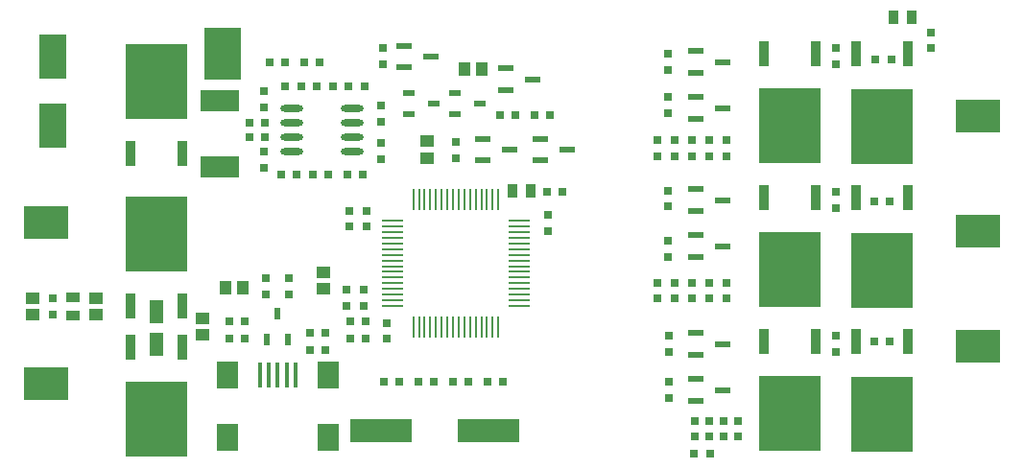
<source format=gtp>
%FSLAX24Y24*%
%MOIN*%
G70*
G01*
G75*
G04 Layer_Color=8421504*
%ADD10R,0.0512X0.0394*%
%ADD11R,0.0354X0.0315*%
%ADD12R,0.0315X0.0354*%
%ADD13R,0.0394X0.0512*%
%ADD14O,0.0827X0.0276*%
%ADD15R,0.0790X0.0980*%
%ADD16R,0.0200X0.0940*%
%ADD17R,0.1350X0.1850*%
%ADD18R,0.0532X0.0846*%
%ADD19R,0.0394X0.0945*%
%ADD20R,0.2185X0.2677*%
%ADD21O,0.0827X0.0118*%
%ADD22O,0.0118X0.0827*%
%ADD23R,0.1378X0.0787*%
%ADD24R,0.0571X0.0236*%
%ADD25R,0.1575X0.1181*%
%ADD26R,0.0453X0.0236*%
%ADD27R,0.0236X0.0453*%
%ADD28R,0.0551X0.0433*%
%ADD29R,0.0433X0.0551*%
%ADD30R,0.2200X0.0830*%
%ADD31R,0.0984X0.1575*%
%ADD32C,0.0400*%
%ADD33C,0.0200*%
%ADD34C,0.0500*%
%ADD35C,0.0080*%
%ADD36C,0.0120*%
%ADD37C,0.0800*%
%ADD38C,0.0250*%
%ADD39C,0.0591*%
%ADD40R,0.0591X0.0591*%
%ADD41R,0.0591X0.0591*%
%ADD42C,0.2000*%
%ADD43C,0.0984*%
%ADD44R,0.0394X0.0394*%
%ADD45C,0.0394*%
%ADD46C,0.0320*%
%ADD47C,0.0098*%
%ADD48C,0.0236*%
%ADD49C,0.0079*%
%ADD50C,0.0100*%
%ADD51R,0.0472X0.0354*%
%ADD52R,0.0314X0.0275*%
%ADD53R,0.0275X0.0314*%
%ADD54R,0.0354X0.0472*%
%ADD55O,0.0787X0.0236*%
%ADD56R,0.0750X0.0940*%
%ADD57R,0.0160X0.0900*%
%ADD58R,0.1310X0.1810*%
%ADD59R,0.0492X0.0806*%
%ADD60R,0.0354X0.0905*%
%ADD61R,0.2145X0.2637*%
%ADD62O,0.0787X0.0078*%
%ADD63O,0.0078X0.0787*%
%ADD64R,0.1338X0.0747*%
%ADD65R,0.0531X0.0196*%
%ADD66R,0.1535X0.1141*%
%ADD67R,0.0413X0.0196*%
%ADD68R,0.0196X0.0413*%
%ADD69R,0.0511X0.0393*%
%ADD70R,0.0393X0.0511*%
%ADD71R,0.2160X0.0790*%
%ADD72R,0.0944X0.1535*%
D51*
X15730Y37215D02*
D03*
Y37845D02*
D03*
D52*
X15030Y37254D02*
D03*
Y37806D02*
D03*
X36380Y41556D02*
D03*
Y41004D02*
D03*
Y46306D02*
D03*
Y45754D02*
D03*
X42220Y36506D02*
D03*
Y35954D02*
D03*
Y41506D02*
D03*
Y40954D02*
D03*
Y46506D02*
D03*
Y45954D02*
D03*
X37217Y43306D02*
D03*
Y42754D02*
D03*
X37817Y42754D02*
D03*
Y43306D02*
D03*
X36017D02*
D03*
Y42754D02*
D03*
X36380Y39254D02*
D03*
Y39806D02*
D03*
Y44254D02*
D03*
Y44806D02*
D03*
X26476Y45954D02*
D03*
Y46506D02*
D03*
X26420Y43206D02*
D03*
Y42654D02*
D03*
X29020Y42699D02*
D03*
Y43250D02*
D03*
X22370Y44454D02*
D03*
Y45006D02*
D03*
X45530Y47056D02*
D03*
Y46504D02*
D03*
X22370Y42906D02*
D03*
Y42354D02*
D03*
X23220Y38506D02*
D03*
Y37954D02*
D03*
X26420Y43954D02*
D03*
Y44506D02*
D03*
X22420Y38506D02*
D03*
Y37954D02*
D03*
X32220Y40154D02*
D03*
Y40706D02*
D03*
X26630Y36956D02*
D03*
Y36404D02*
D03*
X25820Y38106D02*
D03*
Y37554D02*
D03*
X25220Y38106D02*
D03*
Y37554D02*
D03*
X25330Y40304D02*
D03*
Y40856D02*
D03*
X25930D02*
D03*
Y40304D02*
D03*
X38830Y33004D02*
D03*
Y33556D02*
D03*
X38417Y37807D02*
D03*
Y38358D02*
D03*
Y42754D02*
D03*
Y43306D02*
D03*
X36617Y42754D02*
D03*
Y43306D02*
D03*
X37217Y38358D02*
D03*
Y37807D02*
D03*
X37330Y33556D02*
D03*
Y33004D02*
D03*
X36414Y34902D02*
D03*
Y34351D02*
D03*
X36017Y38358D02*
D03*
Y37807D02*
D03*
X37817Y38358D02*
D03*
Y37807D02*
D03*
X38330Y33556D02*
D03*
Y33004D02*
D03*
X36617Y37807D02*
D03*
Y38358D02*
D03*
X37830Y33004D02*
D03*
Y33556D02*
D03*
X36414Y35951D02*
D03*
Y36502D02*
D03*
D53*
X32174Y41530D02*
D03*
X32726D02*
D03*
X25846Y45180D02*
D03*
X25295D02*
D03*
X22545Y46030D02*
D03*
X23096D02*
D03*
X28261Y34930D02*
D03*
X27710D02*
D03*
X44096Y36327D02*
D03*
X43545D02*
D03*
X44096Y41177D02*
D03*
X43545D02*
D03*
X44146Y46127D02*
D03*
X43595D02*
D03*
X24195Y45180D02*
D03*
X24746D02*
D03*
X22945Y42130D02*
D03*
X23496D02*
D03*
X23095Y45180D02*
D03*
X23646D02*
D03*
X32296Y44175D02*
D03*
X31745D02*
D03*
X25796Y42130D02*
D03*
X25245D02*
D03*
X24045D02*
D03*
X24596D02*
D03*
X31096Y44175D02*
D03*
X30545D02*
D03*
X24496Y36630D02*
D03*
X23945D02*
D03*
X21845Y43930D02*
D03*
X22396D02*
D03*
Y43430D02*
D03*
X21845D02*
D03*
X25896Y36430D02*
D03*
X25345D02*
D03*
X25896Y37030D02*
D03*
X25345D02*
D03*
X21696Y36430D02*
D03*
X21145D02*
D03*
X30110Y34930D02*
D03*
X30661D02*
D03*
X23745Y46030D02*
D03*
X24296D02*
D03*
X28910Y34930D02*
D03*
X29461D02*
D03*
X27061D02*
D03*
X26510D02*
D03*
X23945Y36030D02*
D03*
X24496D02*
D03*
X21696Y37030D02*
D03*
X21145D02*
D03*
X37856Y32430D02*
D03*
X37304D02*
D03*
D54*
X31625Y41540D02*
D03*
X30995D02*
D03*
X44215Y47580D02*
D03*
X44845D02*
D03*
D55*
X25413Y42930D02*
D03*
Y43430D02*
D03*
Y43930D02*
D03*
Y44430D02*
D03*
X23327Y42930D02*
D03*
Y43430D02*
D03*
Y43930D02*
D03*
Y44430D02*
D03*
D56*
X24580Y35140D02*
D03*
X21080Y32970D02*
D03*
X24580D02*
D03*
X21080Y35140D02*
D03*
D57*
X23450Y35160D02*
D03*
X23140D02*
D03*
X22210D02*
D03*
X22830D02*
D03*
X22520D02*
D03*
D58*
X20930Y46330D02*
D03*
D59*
X18620Y36221D02*
D03*
Y37363D02*
D03*
D60*
X17723Y37537D02*
D03*
X19518D02*
D03*
X41518Y36323D02*
D03*
X39722D02*
D03*
X41518Y41323D02*
D03*
X39722D02*
D03*
X41518Y46323D02*
D03*
X39722D02*
D03*
X44718Y36320D02*
D03*
X42923D02*
D03*
X44718Y41320D02*
D03*
X42923D02*
D03*
X19518Y36123D02*
D03*
X17723D02*
D03*
X17732Y42837D02*
D03*
X19528D02*
D03*
X44718Y46320D02*
D03*
X42923D02*
D03*
D61*
X18620Y40057D02*
D03*
X40620Y33803D02*
D03*
Y38803D02*
D03*
Y43803D02*
D03*
X43820Y33800D02*
D03*
Y38800D02*
D03*
X18620Y33603D02*
D03*
X18630Y45357D02*
D03*
X43820Y43800D02*
D03*
D62*
X26815Y39522D02*
D03*
Y39719D02*
D03*
X31225Y40506D02*
D03*
Y40310D02*
D03*
Y40113D02*
D03*
Y39916D02*
D03*
Y39719D02*
D03*
Y39522D02*
D03*
Y39325D02*
D03*
Y39128D02*
D03*
Y38932D02*
D03*
Y38735D02*
D03*
Y38538D02*
D03*
Y38341D02*
D03*
Y38144D02*
D03*
Y37947D02*
D03*
Y37750D02*
D03*
Y37554D02*
D03*
X26815D02*
D03*
Y37750D02*
D03*
Y37947D02*
D03*
Y38144D02*
D03*
Y38341D02*
D03*
Y38538D02*
D03*
Y38735D02*
D03*
Y38932D02*
D03*
Y39128D02*
D03*
Y39325D02*
D03*
Y39916D02*
D03*
Y40113D02*
D03*
Y40310D02*
D03*
Y40506D02*
D03*
D63*
X27544Y41235D02*
D03*
X27741D02*
D03*
X27937D02*
D03*
X28134D02*
D03*
X28331D02*
D03*
X28528D02*
D03*
X28725D02*
D03*
X28922D02*
D03*
X29119D02*
D03*
X29315D02*
D03*
X29512D02*
D03*
X29709D02*
D03*
X29906D02*
D03*
X30103D02*
D03*
X30300D02*
D03*
X30497D02*
D03*
Y36825D02*
D03*
X30300D02*
D03*
X30103D02*
D03*
X29906D02*
D03*
X29709D02*
D03*
X29512D02*
D03*
X29315D02*
D03*
X29119D02*
D03*
X28922D02*
D03*
X28725D02*
D03*
X28528D02*
D03*
X28331D02*
D03*
X28134D02*
D03*
X27937D02*
D03*
X27741D02*
D03*
X27544D02*
D03*
D64*
X20830Y44672D02*
D03*
Y42388D02*
D03*
D65*
X38280Y41227D02*
D03*
X37354Y40853D02*
D03*
Y41601D02*
D03*
X38280Y46030D02*
D03*
X37354Y45656D02*
D03*
Y46404D02*
D03*
X38280Y39627D02*
D03*
X37354Y39253D02*
D03*
Y40001D02*
D03*
X38280Y44430D02*
D03*
X37354Y44056D02*
D03*
Y44804D02*
D03*
X28158Y46210D02*
D03*
X27233Y45836D02*
D03*
Y46584D02*
D03*
X32883Y42975D02*
D03*
X31958Y42601D02*
D03*
Y43349D02*
D03*
X30883Y42975D02*
D03*
X29958Y42601D02*
D03*
Y43349D02*
D03*
X30758Y45804D02*
D03*
Y45056D02*
D03*
X31683Y45430D02*
D03*
X37351Y35001D02*
D03*
Y34253D02*
D03*
X38276Y34627D02*
D03*
X37351Y36601D02*
D03*
Y35853D02*
D03*
X38276Y36227D02*
D03*
D66*
X47146Y36158D02*
D03*
Y40158D02*
D03*
Y44158D02*
D03*
X14804Y40452D02*
D03*
Y34852D02*
D03*
D67*
X28263Y44575D02*
D03*
X27377Y44201D02*
D03*
Y44949D02*
D03*
X29863Y44575D02*
D03*
X28977Y44201D02*
D03*
Y44949D02*
D03*
D68*
X22820Y37273D02*
D03*
X23194Y36387D02*
D03*
X22446D02*
D03*
D69*
X24420Y38725D02*
D03*
Y38135D02*
D03*
X20220Y36535D02*
D03*
Y37125D02*
D03*
X16530Y37235D02*
D03*
Y37825D02*
D03*
X14330D02*
D03*
Y37235D02*
D03*
X28020Y43270D02*
D03*
Y42680D02*
D03*
D70*
X29325Y45775D02*
D03*
X29915D02*
D03*
X21035Y38180D02*
D03*
X21625D02*
D03*
D71*
X30170Y33230D02*
D03*
X26430D02*
D03*
D72*
X15020Y43830D02*
D03*
Y46232D02*
D03*
M02*

</source>
